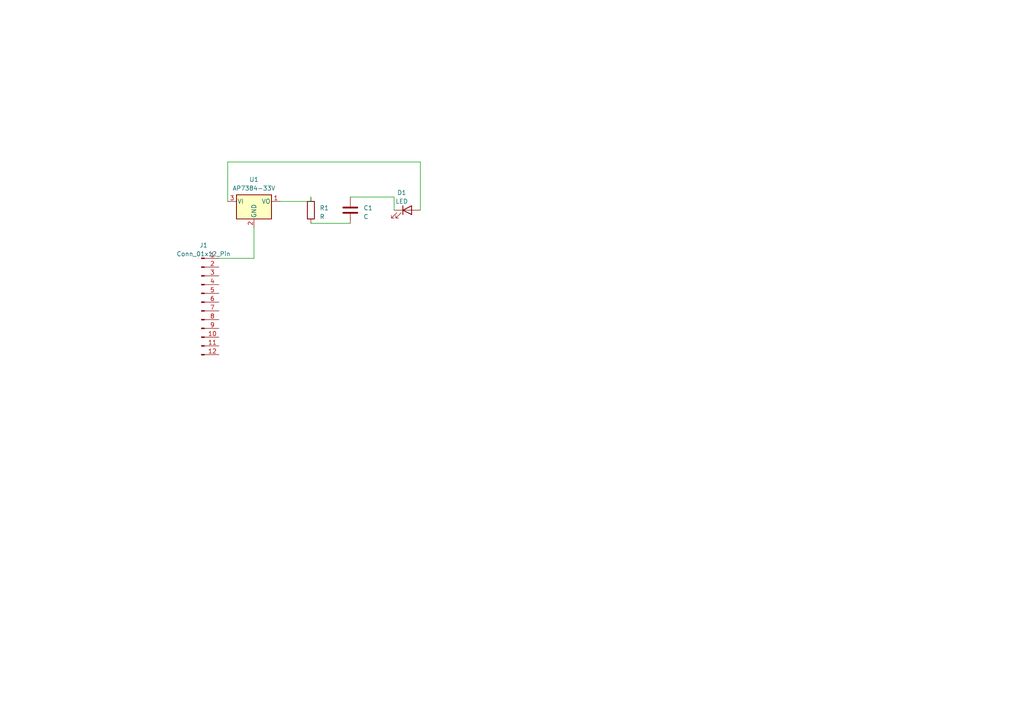
<source format=kicad_sch>
(kicad_sch (version 20230121) (generator eeschema)
  (paper "A4")
  (lib_symbols
    (symbol "Connector:Conn_01x12_Pin" (pin_names (offset 1.016) hide)
      (property "Reference" "J" (at 0 15.24 0))
      (property "Value" "Conn_01x12_Pin" (at 0 -17.78 0))
      (symbol "Conn_01x12_Pin_1_1"
        (polyline (pts (xy 1.27 -15.24) (xy 0.8636 -15.24)) (stroke (width 0.1524)))
        (polyline (pts (xy 1.27 -12.7) (xy 0.8636 -12.7)) (stroke (width 0.1524)))
        (polyline (pts (xy 1.27 -10.16) (xy 0.8636 -10.16)) (stroke (width 0.1524)))
        (polyline (pts (xy 1.27 -7.62) (xy 0.8636 -7.62)) (stroke (width 0.1524)))
        (polyline (pts (xy 1.27 -5.08) (xy 0.8636 -5.08)) (stroke (width 0.1524)))
        (polyline (pts (xy 1.27 -2.54) (xy 0.8636 -2.54)) (stroke (width 0.1524)))
        (polyline (pts (xy 1.27 0) (xy 0.8636 0)) (stroke (width 0.1524)))
        (polyline (pts (xy 1.27 2.54) (xy 0.8636 2.54)) (stroke (width 0.1524)))
        (polyline (pts (xy 1.27 5.08) (xy 0.8636 5.08)) (stroke (width 0.1524)))
        (polyline (pts (xy 1.27 7.62) (xy 0.8636 7.62)) (stroke (width 0.1524)))
        (polyline (pts (xy 1.27 10.16) (xy 0.8636 10.16)) (stroke (width 0.1524)))
        (polyline (pts (xy 1.27 12.7) (xy 0.8636 12.7)) (stroke (width 0.1524)))
        (rectangle (start 0.8636 -15.113) (end 0 -15.367) (stroke (width 0.1524)) (fill (type outline)))
        (rectangle (start 0.8636 -12.573) (end 0 -12.827) (stroke (width 0.1524)) (fill (type outline)))
        (rectangle (start 0.8636 -10.033) (end 0 -10.287) (stroke (width 0.1524)) (fill (type outline)))
        (rectangle (start 0.8636 -7.493) (end 0 -7.747) (stroke (width 0.1524)) (fill (type outline)))
        (rectangle (start 0.8636 -4.953) (end 0 -5.207) (stroke (width 0.1524)) (fill (type outline)))
        (rectangle (start 0.8636 -2.413) (end 0 -2.667) (stroke (width 0.1524)) (fill (type outline)))
        (rectangle (start 0.8636 0.127) (end 0 -0.127) (stroke (width 0.1524)) (fill (type outline)))
        (rectangle (start 0.8636 2.667) (end 0 2.413) (stroke (width 0.1524)) (fill (type outline)))
        (rectangle (start 0.8636 5.207) (end 0 4.953) (stroke (width 0.1524)) (fill (type outline)))
        (rectangle (start 0.8636 7.747) (end 0 7.493) (stroke (width 0.1524)) (fill (type outline)))
        (rectangle (start 0.8636 10.287) (end 0 10.033) (stroke (width 0.1524)) (fill (type outline)))
        (rectangle (start 0.8636 12.827) (end 0 12.573) (stroke (width 0.1524)) (fill (type outline)))
        (pin passive line (at 5.08 12.7 180) (length 3.81) (name "Pin_1") (number "1"))
        (pin passive line (at 5.08 -10.16 180) (length 3.81) (name "Pin_10") (number "10"))
        (pin passive line (at 5.08 -12.7 180) (length 3.81) (name "Pin_11") (number "11"))
        (pin passive line (at 5.08 -15.24 180) (length 3.81) (name "Pin_12") (number "12"))
        (pin passive line (at 5.08 10.16 180) (length 3.81) (name "Pin_2") (number "2"))
        (pin passive line (at 5.08 7.62 180) (length 3.81) (name "Pin_3") (number "3"))
        (pin passive line (at 5.08 5.08 180) (length 3.81) (name "Pin_4") (number "4"))
        (pin passive line (at 5.08 2.54 180) (length 3.81) (name "Pin_5") (number "5"))
        (pin passive line (at 5.08 0 180) (length 3.81) (name "Pin_6") (number "6"))
        (pin passive line (at 5.08 -2.54 180) (length 3.81) (name "Pin_7") (number "7"))
        (pin passive line (at 5.08 -5.08 180) (length 3.81) (name "Pin_8") (number "8"))
        (pin passive line (at 5.08 -7.62 180) (length 3.81) (name "Pin_9") (number "9"))
      )
    )
    (symbol "Device:C" (pin_numbers hide) (pin_names (offset 0.254))
      (property "Reference" "C" (at 0.635 2.54 0))
      (property "Value" "C" (at 0.635 -2.54 0))
      (symbol "C_0_1"
        (polyline (pts (xy -2.032 -0.762) (xy 2.032 -0.762)) (stroke (width 0.508)))
        (polyline (pts (xy -2.032 0.762) (xy 2.032 0.762)) (stroke (width 0.508)))
      )
      (symbol "C_1_1"
        (pin passive line (at 0 3.81 270) (length 2.794) (name "~") (number "1"))
        (pin passive line (at 0 -3.81 90) (length 2.794) (name "~") (number "2"))
      )
    )
    (symbol "Device:LED" (pin_numbers hide) (pin_names (offset 1.016) hide)
      (property "Reference" "D" (at 0 2.54 0))
      (property "Value" "LED" (at 0 -2.54 0))
      (symbol "LED_0_1"
        (polyline (pts (xy -1.27 -1.27) (xy -1.27 1.27)) (stroke (width 0.254)))
        (polyline (pts (xy -1.27 0) (xy 1.27 0)))
        (polyline (pts (xy 1.27 -1.27) (xy 1.27 1.27) (xy -1.27 0) (xy 1.27 -1.27)) (stroke (width 0.254)))
        (polyline (pts (xy -3.048 -0.762) (xy -4.572 -2.286) (xy -3.81 -2.286) (xy -4.572 -2.286) (xy -4.572 -1.524)))
        (polyline (pts (xy -1.778 -0.762) (xy -3.302 -2.286) (xy -2.54 -2.286) (xy -3.302 -2.286) (xy -3.302 -1.524)))
      )
      (symbol "LED_1_1"
        (pin passive line (at -3.81 0 0) (length 2.54) (name "K") (number "1"))
        (pin passive line (at 3.81 0 180) (length 2.54) (name "A") (number "2"))
      )
    )
    (symbol "Device:R" (pin_numbers hide) (pin_names (offset 0))
      (property "Reference" "R" (at 2.032 0 90))
      (property "Value" "R" (at 0 0 90))
      (symbol "R_0_1"
        (rectangle (start -1.016 -2.54) (end 1.016 2.54) (stroke (width 0.254)))
      )
      (symbol "R_1_1"
        (pin passive line (at 0 3.81 270) (length 1.27) (name "~") (number "1"))
        (pin passive line (at 0 -3.81 90) (length 1.27) (name "~") (number "2"))
      )
    )
    (symbol "ME433-HW4:AP7384-33V" (pin_names (offset 0.254))
      (property "Reference" "U" (at -3.81 3.175 0))
      (property "Value" "AP7384-33V" (at 0 3.175 0))
      (symbol "AP7384-33V_0_1"
        (rectangle (start -5.08 1.905) (end 5.08 -5.08) (stroke (width 0.254)) (fill (type background)))
      )
      (symbol "AP7384-33V_1_1"
        (pin power_out line (at 7.62 0 180) (length 2.54) (name "VO") (number "1"))
        (pin power_in line (at 0 -7.62 90) (length 2.54) (name "GND") (number "2"))
        (pin power_in line (at -7.62 0 0) (length 2.54) (name "VI") (number "3"))
      )
    )
  )
  (wire (pts (xy 66.04 46.99) (xy 66.04 58.42)))
  (wire (pts (xy 90.17 58.42) (xy 90.17 57.15)))
  (wire (pts (xy 73.66 66.04) (xy 73.66 74.93)))
  (wire (pts (xy 121.92 46.99) (xy 66.04 46.99)))
  (wire (pts (xy 114.3 57.15) (xy 114.3 60.96)))
  (wire (pts (xy 90.17 64.77) (xy 101.6 64.77)))
  (wire (pts (xy 81.28 58.42) (xy 90.17 58.42)))
  (wire (pts (xy 101.6 57.15) (xy 114.3 57.15)))
  (wire (pts (xy 73.66 74.93) (xy 63.5 74.93)))
  (wire (pts (xy 121.92 60.96) (xy 121.92 46.99)))
  (symbol (lib_id "Device:R") (at 90.17 60.96 0) (unit 1)
    (property "Reference" "R1" (at 92.71 60.325 0) (effects (justify left)))
    (property "Value" "R" (at 92.71 62.865 0) (effects (justify left)))
    (property "Footprint" "Resistor_THT:R_Axial_DIN0207_L6.3mm_D2.5mm_P7.62mm_Horizontal" (effects hide))
  )
  (symbol (lib_id "Device:C") (at 101.6 60.96 0) (unit 1)
    (property "Reference" "C1" (at 105.41 60.325 0) (effects (justify left)))
    (property "Value" "C" (at 105.41 62.865 0) (effects (justify left)))
    (property "Footprint" "Capacitor_THT:C_Disc_D3.4mm_W2.1mm_P2.50mm" (effects hide))
  )
  (symbol (lib_id "Connector:Conn_01x12_Pin") (at 58.42 87.63 0) (unit 1)
    (property "Reference" "J1" (at 59.055 71.12 0))
    (property "Value" "Conn_01x12_Pin" (at 59.055 73.66 0))
  )
  (symbol (lib_id "ME433-HW4:AP7384-33V") (at 73.66 58.42 0) (unit 1)
    (property "Reference" "U1" (at 73.66 52.07 0))
    (property "Value" "AP7384-33V" (at 73.66 54.61 0))
    (property "Footprint" "Package_TO_SOT_THT:TO-92L_Inline" (effects hide))
  )
  (symbol (lib_id "Device:LED") (at 118.11 60.96 0) (unit 1)
    (property "Reference" "D1" (at 116.5225 55.88 0))
    (property "Value" "LED" (at 116.5225 58.42 0))
    (property "Footprint" "LED_THT:LED_D3.0mm" (effects hide))
  )
)
</source>
